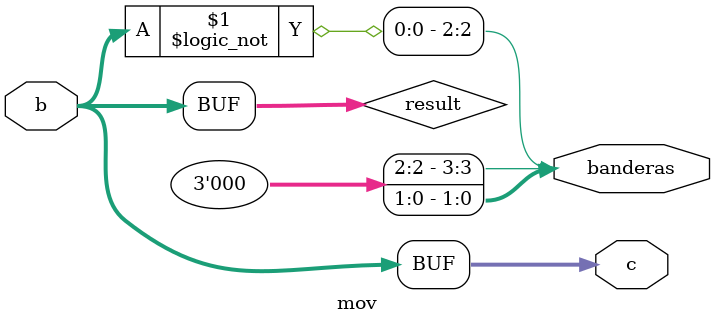
<source format=sv>
module mov #(parameter n = 32) ( input [n-1:0] b, output [n-1:0] c, output [3:0] banderas);
	
	logic [n-1:0] result;
	
	assign result = b;
	
	assign banderas[3] = 0; 					// Negativo (N)
	assign banderas[2] = result[n-1:0] == 0; 	// Zero (Z)
	assign banderas[1] = 0; 					// Acarreo (C) (Unsigned)
	assign banderas[0] = 0;						// Desbordamiento (V) (Signed)
	
	assign c = result;	
		
endmodule

</source>
